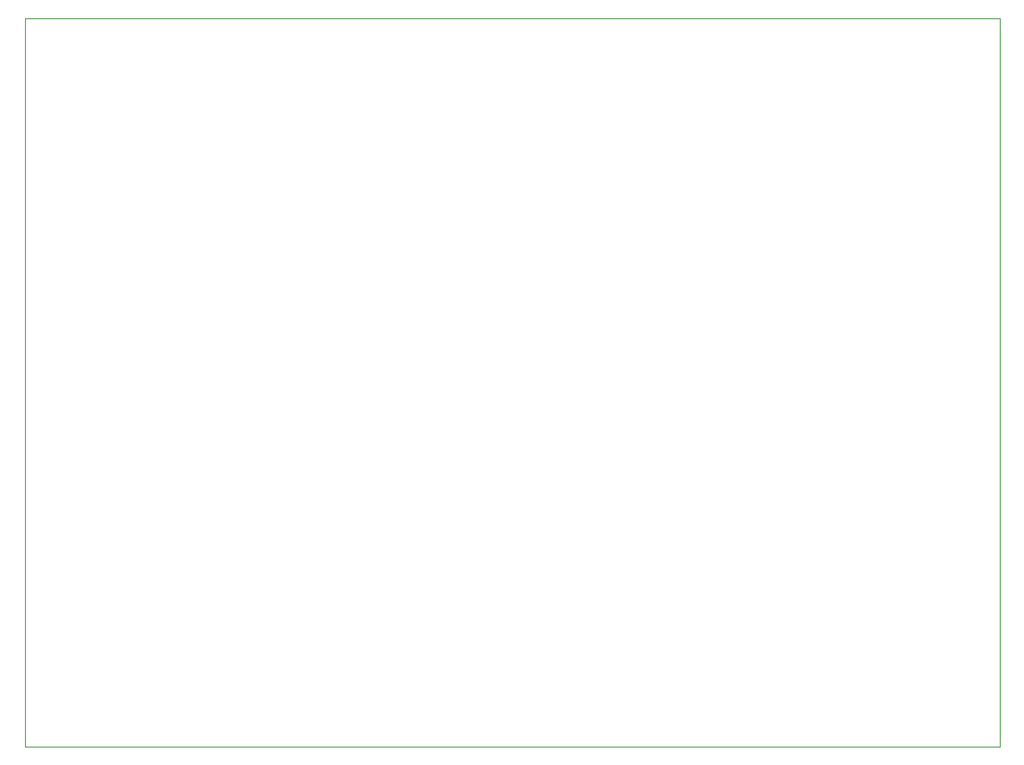
<source format=gbr>
%TF.GenerationSoftware,KiCad,Pcbnew,9.0.1*%
%TF.CreationDate,2025-05-27T18:47:11-04:00*%
%TF.ProjectId,hackpad,6861636b-7061-4642-9e6b-696361645f70,rev?*%
%TF.SameCoordinates,Original*%
%TF.FileFunction,Profile,NP*%
%FSLAX46Y46*%
G04 Gerber Fmt 4.6, Leading zero omitted, Abs format (unit mm)*
G04 Created by KiCad (PCBNEW 9.0.1) date 2025-05-27 18:47:11*
%MOMM*%
%LPD*%
G01*
G04 APERTURE LIST*
%TA.AperFunction,Profile*%
%ADD10C,0.050000*%
%TD*%
G04 APERTURE END LIST*
D10*
X35200000Y-32490625D02*
X134200000Y-32490625D01*
X134200000Y-106490625D01*
X35200000Y-106490625D01*
X35200000Y-32490625D01*
M02*

</source>
